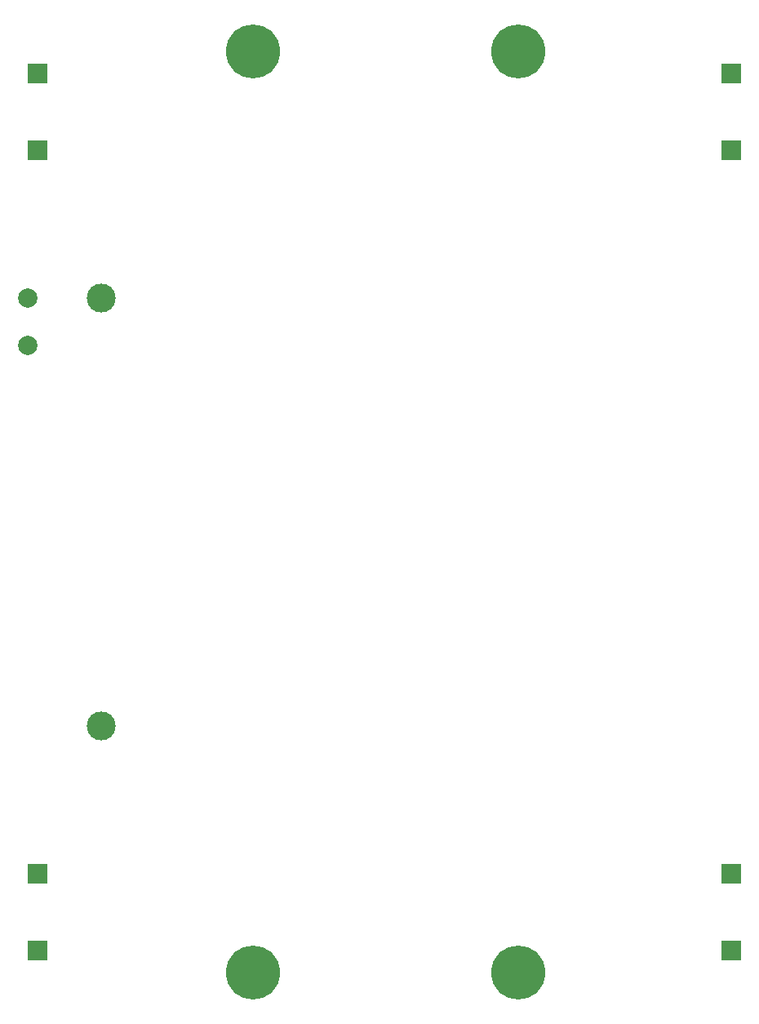
<source format=gts>
G04 #@! TF.GenerationSoftware,KiCad,Pcbnew,(6.0.5-0)*
G04 #@! TF.CreationDate,2022-12-26T00:23:02-05:00*
G04 #@! TF.ProjectId,solar-cell-pcbs-burn-wire-vertical,736f6c61-722d-4636-956c-6c2d70636273,rev?*
G04 #@! TF.SameCoordinates,Original*
G04 #@! TF.FileFunction,Soldermask,Top*
G04 #@! TF.FilePolarity,Negative*
%FSLAX46Y46*%
G04 Gerber Fmt 4.6, Leading zero omitted, Abs format (unit mm)*
G04 Created by KiCad (PCBNEW (6.0.5-0)) date 2022-12-26 00:23:02*
%MOMM*%
%LPD*%
G01*
G04 APERTURE LIST*
%ADD10R,2.000000X2.000000*%
%ADD11C,2.000000*%
%ADD12C,5.600000*%
%ADD13C,3.000000*%
G04 APERTURE END LIST*
D10*
X148000000Y-128000000D03*
D11*
X75000000Y-73200000D03*
D12*
X98350000Y-138250000D03*
D10*
X76000000Y-136000000D03*
D13*
X82600000Y-112700000D03*
D10*
X148000000Y-45000000D03*
D12*
X125850000Y-138250000D03*
D10*
X76000000Y-53000000D03*
D12*
X125850000Y-42750000D03*
D10*
X76000000Y-45000000D03*
X76000000Y-128000000D03*
D11*
X75000000Y-68300000D03*
D13*
X82600000Y-68300000D03*
D12*
X98350000Y-42750000D03*
D10*
X148000000Y-53000000D03*
X148000000Y-136000000D03*
M02*

</source>
